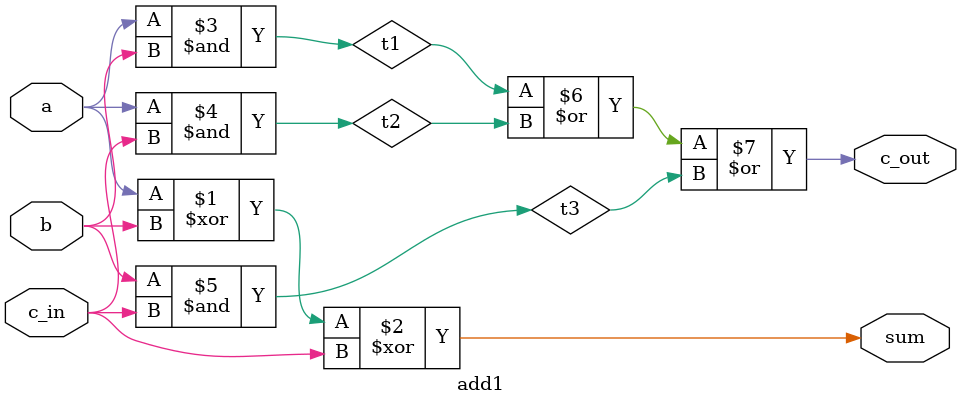
<source format=v>
`timescale 10ns/1ns
module add1(input a, input b, input c_in, output sum, output c_out);
    xor G1(sum,a,b,c_in);
    and G2(t1,a,b);
    and G3(t2,a,c_in);
    and G4(t3,b,c_in);
    or G5(c_out, t1,t2,t3);
endmodule

</source>
